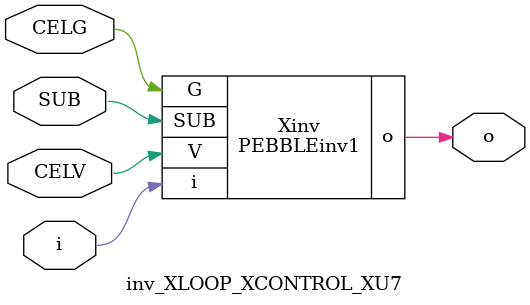
<source format=v>



module PEBBLEinv1 ( o, G, SUB, V, i );

  input V;
  input i;
  input G;
  output o;
  input SUB;
endmodule

//Celera Confidential Do Not Copy inv_XLOOP_XCONTROL_XU7
//Celera Confidential Symbol Generator
//5V Inverter
module inv_XLOOP_XCONTROL_XU7 (CELV,CELG,i,o,SUB);
input CELV;
input CELG;
input i;
input SUB;
output o;

//Celera Confidential Do Not Copy inv
PEBBLEinv1 Xinv(
.V (CELV),
.i (i),
.o (o),
.SUB (SUB),
.G (CELG)
);
//,diesize,PEBBLEinv1

//Celera Confidential Do Not Copy Module End
//Celera Schematic Generator
endmodule

</source>
